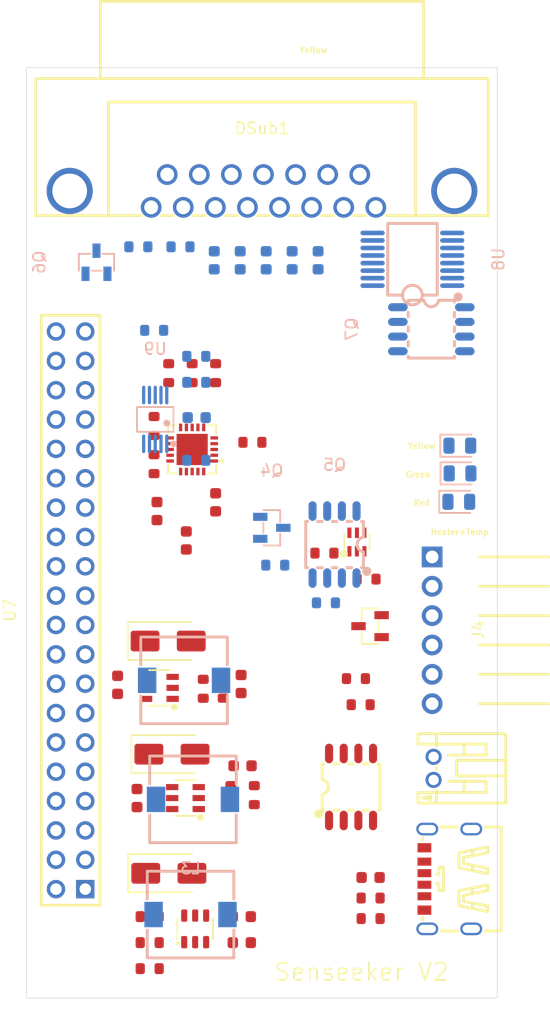
<source format=kicad_pcb>
(kicad_pcb (version 20241229) (generator "pcbnew") (generator_version "9.0")
  (layers (0 "F.Cu" signal) (2 "B.Cu" signal) (13 "F.Paste" user) (15 "B.Paste" user) (5 "F.SilkS" user "F.Silkscreen") (7 "B.SilkS" user "B.Silkscreen") (1 "F.Mask" user) (3 "B.Mask" user) (25 "Edge.Cuts" user))
  (net 0 "")
  (net 1 "/VSYS")
  (net 2 "Net-(U4-STAT1{slash}~{LBO})")
  (net 3 "VBUS")
  (net 4 "GND")
  (net 5 "Net-(U4-STAT2)")
  (net 6 "Net-(U4-THERM)")
  (net 7 "Net-(U4-~{PG})")
  (net 8 "Net-(U4-PROG1)")
  (net 9 "Net-(U4-PROG3)")
  (net 10 "Net-(U4-V_{BAT_SENSE})")
  (net 11 "Net-(U2-FB)")
  (net 13 "Net-(U3-FB)")
  (net 15 "Net-(U3-SW)")
  (net 16 "Net-(J1-CC1)")
  (net 17 "Net-(J1-CC2)")
  (net 18 "Net-(U2-SW)")
  (net 19 "Net-(D1-Pad1)")
  (net 20 "Net-(D2-Pad1)")
  (net 21 "Net-(D3-Pad1)")
  (net 22 "/GPIO3{slash}SCL1")
  (net 23 "Net-(Q1-D)")
  (net 24 "/3.3V")
  (net 25 "/Address")
  (net 26 "/12V")
  (net 27 "/5 Vout")
  (net 28 "/Temp3.3V")
  (net 29 "Net-(U8-V-)")
  (net 30 "Net-(U6-SW)")
  (net 31 "Net-(R18-Pad2)")
  (net 32 "Net-(U6-FB)")
  (net 34 "Net-(U8-V+)")
  (net 35 "Net-(U8-C2+)")
  (net 36 "Net-(U8-C2-)")
  (net 37 "Net-(U8-C1+)")
  (net 38 "Net-(U8-C1-)")
  (net 39 "Net-(R23-Pad1)")
  (net 40 "Net-(U9-ALERT{slash}RDY)")
  (net 41 "Net-(Q6-D)")
  (net 42 "/base")
  (net 43 "Net-(J4-Pad2)")
  (net 44 "Net-(DSub1-Pad3)")
  (net 45 "Net-(J4-Pad3)")
  (net 46 "/A0")
  (net 47 "/A1")
  (net 55 "/UART_RX_13V")
  (net 57 "/UART_TX_13V")
  (net 63 "/GPIO18{slash}PCM.CLK")
  (net 64 "/GPIO24")
  (net 65 "/GPIO23")
  (net 66 "/GPIO15{slash}RXD0")
  (net 67 "/GPIO13{slash}PWM1")
  (net 68 "/GPIO8{slash}SPI0.CE0")
  (net 69 "/GPIO12{slash}PWM0")
  (net 70 "/GPIO16")
  (net 71 "/GPIO5")
  (net 72 "/ID_SCL")
  (net 73 "/GPIO17")
  (net 74 "/GPIO14{slash}TXD0")
  (net 75 "/raspi3.3V")
  (net 76 "/GPIO21{slash}PCM.DOUT")
  (net 77 "/GPIO4{slash}GPCLK0")
  (net 78 "/GPIO10{slash}SPI0.MOSI")
  (net 79 "/GPIO2{slash}SDA1")
  (net 80 "/GPIO25")
  (net 81 "/GPIO22")
  (net 82 "/GPIO11{slash}SPI0.SCLK")
  (net 83 "/GPIO20{slash}PCM.DIN")
  (net 84 "/GPIO7{slash}SPI0.CE1")
  (net 85 "/GPIO19{slash}PCM.FS")
  (net 86 "/GPIO6")
  (net 87 "/GPIO26")
  (net 88 "/GPIO9{slash}SPI0.MISO")
  (net 89 "/GPIO27")
  (net 90 "/ID_SDA")
  (net 95 "/A2")
  (net 96 "/A3")
  (net 97 "Net-(Q4-D)")
  (footprint "PCM_JLCPCB:C_0603" (layer "F.Cu") (at 118.726 133.136 180)
    (property "Reference" "C3" (hide yes))
    (property "Value" "22uF")
    (pad "1" smd roundrect (at -0.78 0 180) (size 0.9 0.95) (layers "F.Cu" "F.Mask" "F.Paste") (net 4 "GND"))
    (pad "2" smd roundrect (at 0.78 0 180) (size 0.9 0.95) (layers "F.Cu" "F.Mask" "F.Paste") (net 26 "/12V"))
  )
  (footprint "PCM_JLCPCB:C_0603" (layer "F.Cu") (at 118.66 146.19)
    (property "Reference" "C10" (hide yes))
    (property "Value" "22uF")
    (pad "1" smd roundrect (at -0.78 0) (size 0.9 0.95) (layers "F.Cu" "F.Mask" "F.Paste") (net 1 "/VSYS"))
    (pad "2" smd roundrect (at 0.78 0) (size 0.9 0.95) (layers "F.Cu" "F.Mask" "F.Paste") (net 4 "GND"))
  )
  (footprint "PCM_JLCPCB:R_0603" (layer "F.Cu") (at 119.742 135.676 -90)
    (property "Reference" "R8" (hide yes))
    (property "Value" "91kΩ")
    (pad "1" smd roundrect (at -0.82 0 270) (size 0.8 0.95) (layers "F.Cu" "F.Mask" "F.Paste") (net 26 "/12V"))
    (pad "2" smd roundrect (at 0.82 0 270) (size 0.8 0.95) (layers "F.Cu" "F.Mask" "F.Paste") (net 13 "Net-(U3-FB)"))
  )
  (footprint "PCM_JLCPCB:R_0603" (layer "F.Cu") (at 111.058 103.728 90)
    (property "Reference" "RPROG3" (hide yes))
    (property "Value" "10kΩ")
    (pad "1" smd roundrect (at -0.82 0 90) (size 0.8 0.95) (layers "F.Cu" "F.Mask" "F.Paste") (net 9 "Net-(U4-PROG3)"))
    (pad "2" smd roundrect (at 0.82 0 90) (size 0.8 0.95) (layers "F.Cu" "F.Mask" "F.Paste") (net 4 "GND"))
  )
  (footprint "PCM_JLCPCB:R_0603" (layer "F.Cu") (at 110.68 146.19)
    (property "Reference" "R18" (hide yes))
    (property "Value" "6.8kΩ")
    (pad "1" smd roundrect (at -0.82 0) (size 0.8 0.95) (layers "F.Cu" "F.Mask" "F.Paste") (net 24 "/3.3V"))
    (pad "2" smd roundrect (at 0.82 0) (size 0.8 0.95) (layers "F.Cu" "F.Mask" "F.Paste") (net 31 "Net-(R18-Pad2)"))
  )
  (footprint "PCM_JLCPCB:R_0603" (layer "F.Cu") (at 114.36 99.156 -90)
    (property "Reference" "R6" (hide yes))
    (property "Value" "470Ω")
    (pad "1" smd roundrect (at -0.82 0 270) (size 0.8 0.95) (layers "F.Cu" "F.Mask" "F.Paste") (net 21 "Net-(D3-Pad1)"))
    (pad "2" smd roundrect (at 0.82 0 270) (size 0.8 0.95) (layers "F.Cu" "F.Mask" "F.Paste") (net 5 "Net-(U4-STAT2)"))
  )
  (footprint "PCM_JLCPCB:SOT-23-6_L2.9-W1.6-P0.95-LS2.8-BL" (layer "F.Cu") (at 114.62 147.25)
    (property "Reference" "U6" (hide yes))
    (property "Value" "MT3608")
    (pad "1" smd roundrect (at -0.95 1.15) (size 0.53 1.07) (layers "F.Cu" "F.Mask" "F.Paste") (net 30 "Net-(U6-SW)"))
    (pad "2" smd roundrect (at 0 1.15) (size 0.53 1.07) (layers "F.Cu" "F.Mask" "F.Paste") (net 4 "GND"))
    (pad "3" smd roundrect (at 0.95 1.15) (size 0.53 1.07) (layers "F.Cu" "F.Mask" "F.Paste") (net 32 "Net-(U6-FB)"))
    (pad "4" smd roundrect (at 0.95 -1.15) (size 0.53 1.07) (layers "F.Cu" "F.Mask" "F.Paste") (net 1 "/VSYS"))
    (pad "5" smd roundrect (at 0 -1.15) (size 0.53 1.07) (layers "F.Cu" "F.Mask" "F.Paste") (net 1 "/VSYS"))
    (pad "6" smd roundrect (at -0.95 -1.15) (size 0.53 1.07) (layers "F.Cu" "F.Mask" "F.Paste"))
  )
  (footprint "PCM_JLCPCB:R_0603" (layer "F.Cu") (at 112.328 99.156 -90)
    (property "Reference" "R7" (hide yes))
    (property "Value" "470Ω")
    (pad "1" smd roundrect (at -0.82 0 270) (size 0.8 0.95) (layers "F.Cu" "F.Mask" "F.Paste") (net 19 "Net-(D1-Pad1)"))
    (pad "2" smd roundrect (at 0.82 0 270) (size 0.8 0.95) (layers "F.Cu" "F.Mask" "F.Paste") (net 2 "Net-(U4-STAT1{slash}~{LBO})"))
  )
  (footprint "easyeda2kicad:SOT-23-3_L2.9-W1.3-P1.90-LS2.4-BR" (layer "F.Cu") (at 129.772501 121.05)
    (property "Reference" "Q1" (hide yes))
    (property "Value" "2N7002")
    (pad "1" smd rect (at 1 0.95) (size 1.25 0.7) (layers "F.Cu" "F.Mask" "F.Paste") (net 63 "/GPIO18{slash}PCM.CLK"))
    (pad "2" smd rect (at 1 -0.95) (size 1.25 0.7) (layers "F.Cu" "F.Mask" "F.Paste") (net 4 "GND"))
    (pad "3" smd rect (at -1 0) (size 1.25 0.7) (layers "F.Cu" "F.Mask" "F.Paste") (net 23 "Net-(Q1-D)"))
  )
  (footprint "PCM_JLCPCB:R_0603" (layer "F.Cu") (at 129.82 144.58 180)
    (property "Reference" "R2" (hide yes))
    (property "Value" "5.1kΩ")
    (pad "1" smd roundrect (at -0.82 0 180) (size 0.8 0.95) (layers "F.Cu" "F.Mask" "F.Paste") (net 17 "Net-(J1-CC2)"))
    (pad "2" smd roundrect (at 0.82 0 180) (size 0.8 0.95) (layers "F.Cu" "F.Mask" "F.Paste") (net 4 "GND"))
  )
  (footprint "PCM_JLCPCB:C_0603" (layer "F.Cu") (at 107.9 126.13 -90)
    (property "Reference" "C7" (hide yes))
    (property "Value" "22uF")
    (pad "1" smd roundrect (at -0.78 0 270) (size 0.9 0.95) (layers "F.Cu" "F.Mask" "F.Paste") (net 1 "/VSYS"))
    (pad "2" smd roundrect (at 0.78 0 270) (size 0.9 0.95) (layers "F.Cu" "F.Mask" "F.Paste") (net 4 "GND"))
  )
  (footprint "PCM_JLCPCB:R_0603" (layer "F.Cu") (at 129.47 116.98)
    (property "Reference" "R23" (hide yes))
    (property "Value" "240kΩ")
    (pad "1" smd roundrect (at -0.82 0) (size 0.8 0.95) (layers "F.Cu" "F.Mask" "F.Paste") (net 39 "Net-(R23-Pad1)"))
    (pad "2" smd roundrect (at 0.82 0) (size 0.8 0.95) (layers "F.Cu" "F.Mask" "F.Paste") (net 42 "/base"))
  )
  (footprint "PCM_JLCPCB:R_0603" (layer "F.Cu") (at 129.82 146.358 180)
    (property "Reference" "R1" (hide yes))
    (property "Value" "5.1kΩ")
    (pad "1" smd roundrect (at -0.82 0 180) (size 0.8 0.95) (layers "F.Cu" "F.Mask" "F.Paste") (net 16 "Net-(J1-CC1)"))
    (pad "2" smd roundrect (at 0.82 0 180) (size 0.8 0.95) (layers "F.Cu" "F.Mask" "F.Paste") (net 4 "GND"))
  )
  (footprint "PCM_JLCPCB:R_0603" (layer "F.Cu") (at 110.68 148.44)
    (property "Reference" "R19" (hide yes))
    (property "Value" "2kΩ")
    (pad "1" smd roundrect (at -0.82 0) (size 0.8 0.95) (layers "F.Cu" "F.Mask" "F.Paste") (net 32 "Net-(U6-FB)"))
    (pad "2" smd roundrect (at 0.82 0) (size 0.8 0.95) (layers "F.Cu" "F.Mask" "F.Paste") (net 4 "GND"))
  )
  (footprint "easyeda2kicad:TYPE-C-SMD_TYPE-C-6P" (layer "F.Cu") (at 136.51 142.93 90)
    (property "Reference" "J1" (hide yes))
    (property "Value" "USB_C_Receptacle_PowerOnly_6P")
    (pad "A5" smd rect (at -0.5 -2.03 90) (size 0.7 1.2) (layers "F.Cu" "F.Mask" "F.Paste") (net 16 "Net-(J1-CC1)"))
    (pad "A9" smd rect (at 1.5 -2.03 90) (size 0.7 1.2) (layers "F.Cu" "F.Mask" "F.Paste") (net 3 "VBUS"))
    (pad "A12" smd rect (at 2.7 -2.03 90) (size 0.8 1.2) (layers "F.Cu" "F.Mask" "F.Paste") (net 4 "GND"))
    (pad "B5" smd rect (at 0.5 -2.03 90) (size 0.7 1.2) (layers "F.Cu" "F.Mask" "F.Paste") (net 17 "Net-(J1-CC2)"))
    (pad "B9" smd rect (at -1.5 -2.03 90) (size 0.7 1.2) (layers "F.Cu" "F.Mask" "F.Paste") (net 3 "VBUS"))
    (pad "B12" smd rect (at -2.7 -2.03 90) (size 0.8 1.2) (layers "F.Cu" "F.Mask" "F.Paste") (net 4 "GND"))
    (pad "S1" thru_hole oval (at -4.32 -1.78 90) (size 1.1 1.9) (drill oval 0.700024 1.500022) (layers "*.Cu" "*.Mask") (net 4 "GND"))
    (pad "S1" thru_hole oval (at -4.32 2.03 90) (size 1.1 1.9) (drill oval 0.700024 1.500022) (layers "*.Cu" "*.Mask") (net 4 "GND"))
    (pad "S1" thru_hole oval (at 4.32 -1.78 90) (size 1.1 1.9) (drill oval 0.700024 1.500022) (layers "*.Cu" "*.Mask") (net 4 "GND"))
    (pad "S1" thru_hole oval (at 4.32 2.03 90) (size 1.1 1.9) (drill oval 0.700024 1.500022) (layers "*.Cu" "*.Mask") (net 4 "GND"))
  )
  (footprint "PCM_JLCPCB:D_SMA" (layer "F.Cu") (at 112.34 142.44)
    (property "Reference" "D6" (hide yes))
    (property "Value" "SS34")
    (pad "1" smd roundrect (at -2 0) (size 2.5 1.8) (layers "F.Cu" "F.Mask" "F.Paste") (roundrect_rratio 0.1388888889) (net 24 "/3.3V"))
    (pad "2" smd roundrect (at 2 0) (size 2.5 1.8) (layers "F.Cu" "F.Mask" "F.Paste") (roundrect_rratio 0.1388888889) (net 30 "Net-(U6-SW)"))
  )
  (footprint "PCM_JLCPCB:R_0603" (layer "F.Cu") (at 119.58 105.14)
    (property "Reference" "R5" (hide yes))
    (property "Value" "10kΩ")
    (pad "1" smd roundrect (at -0.82 0) (size 0.8 0.95) (layers "F.Cu" "F.Mask" "F.Paste") (net 6 "Net-(U4-THERM)"))
    (pad "2" smd roundrect (at 0.82 0) (size 0.8 0.95) (layers "F.Cu" "F.Mask" "F.Paste") (net 4 "GND"))
  )
  (footprint "easyeda2kicad:HDR-TH_6P-P2.54-H-M-W10.0" (layer "F.Cu") (at 135.15 121.41 -90)
    (property "Reference" "J4" (at 0 -4 90) (layer "F.SilkS"))
    (property "Value" "Heater+TempPins")
    (pad "1" thru_hole rect (at -6.35 0 270) (size 1.8 1.8) (drill 1.100023) (layers "*.Cu" "*.Mask") (net 4 "GND"))
    (pad "2" thru_hole circle (at -3.81 0 270) (size 1.8 1.8) (drill 1.100023) (layers "*.Cu" "*.Mask") (net 43 "Net-(J4-Pad2)"))
    (pad "3" thru_hole circle (at -1.27 0 270) (size 1.8 1.8) (drill 1.100023) (layers "*.Cu" "*.Mask") (net 45 "Net-(J4-Pad3)"))
    (pad "4" thru_hole circle (at 1.27 0 270) (size 1.8 1.8) (drill 1.100023) (layers "*.Cu" "*.Mask") (net 28 "/Temp3.3V"))
    (pad "5" thru_hole circle (at 3.81 0 270) (size 1.8 1.8) (drill 1.100023) (layers "*.Cu" "*.Mask") (net 46 "/A0"))
    (pad "6" thru_hole circle (at 6.35 0 270) (size 1.8 1.8) (drill 1.100023) (layers "*.Cu" "*.Mask") (net 47 "/A1"))
  )
  (footprint "easyeda2kicad:SOT-23-6_L2.9-W1.6-P0.95-LS2.8-BL" (layer "F.Cu") (at 111.518 126.394 90)
    (property "Reference" "U2" (hide yes))
    (property "Value" "MT3608")
    (pad "1" smd rect (at -0.95 1.15 90) (size 0.53 1.07) (layers "F.Cu" "F.Mask" "F.Paste") (net 18 "Net-(U2-SW)"))
    (pad "2" smd rect (at 0 1.15 90) (size 0.53 1.07) (layers "F.Cu" "F.Mask" "F.Paste") (net 4 "GND"))
    (pad "3" smd rect (at 0.95 1.15 90) (size 0.53 1.07) (layers "F.Cu" "F.Mask" "F.Paste") (net 11 "Net-(U2-FB)"))
    (pad "4" smd rect (at 0.95 -1.15 90) (size 0.53 1.07) (layers "F.Cu" "F.Mask" "F.Paste") (net 1 "/VSYS"))
    (pad "5" smd rect (at 0 -1.15 90) (size 0.53 1.07) (layers "F.Cu" "F.Mask" "F.Paste") (net 1 "/VSYS"))
    (pad "6" smd rect (at -0.95 -1.15 90) (size 0.53 1.07) (layers "F.Cu" "F.Mask" "F.Paste"))
  )
  (footprint "PCM_JLCPCB:C_0603" (layer "F.Cu") (at 113.852 113.634 -90)
    (property "Reference" "C2" (hide yes))
    (property "Value" "100nF")
    (pad "1" smd roundrect (at -0.78 0 270) (size 0.9 0.95) (layers "F.Cu" "F.Mask" "F.Paste") (net 3 "VBUS"))
    (pad "2" smd roundrect (at 0.78 0 270) (size 0.9 0.95) (layers "F.Cu" "F.Mask" "F.Paste") (net 4 "GND"))
  )
  (footprint "PCM_JLCPCB:C_0603" (layer "F.Cu") (at 118.6 126.06 90)
    (property "Reference" "C4" (hide yes))
    (property "Value" "22uF")
    (pad "1" smd roundrect (at -0.78 0 90) (size 0.9 0.95) (layers "F.Cu" "F.Mask" "F.Paste") (net 4 "GND"))
    (pad "2" smd roundrect (at 0.78 0 90) (size 0.9 0.95) (layers "F.Cu" "F.Mask" "F.Paste") (net 27 "/5 Vout"))
  )
  (footprint "PCM_JLCPCB:R_0603" (layer "F.Cu") (at 128.96 127.85)
    (property "Reference" "R14" (hide yes))
    (property "Value" "10kΩ")
    (pad "1" smd roundrect (at -0.82 0) (size 0.8 0.95) (layers "F.Cu" "F.Mask" "F.Paste") (net 23 "Net-(Q1-D)"))
    (pad "2" smd roundrect (at 0.82 0) (size 0.8 0.95) (layers "F.Cu" "F.Mask" "F.Paste") (net 26 "/12V"))
  )
  (footprint "easyeda2kicad:CONN-TH_S2B-PH-K-S-GW" (layer "F.Cu") (at 135.2775 133.36 -90)
    (property "Reference" "U5" (hide yes))
    (property "Value" "Battery Input")
    (pad "1" thru_hole circle (at 1 0 270) (size 1.4 1.4) (drill 0.900024) (layers "*.Cu" "*.Mask") (net 10 "Net-(U4-V_{BAT_SENSE})"))
    (pad "2" thru_hole circle (at -1 0 270) (size 1.4 1.4) (drill 0.900024) (layers "*.Cu" "*.Mask") (net 4 "GND"))
  )
  (footprint "PCM_JLCPCB:C_0603" (layer "F.Cu") (at 118.66 148.44)
    (property "Reference" "C11" (hide yes))
    (property "Value" "22uF")
    (pad "1" smd roundrect (at -0.78 0) (size 0.9 0.95) (layers "F.Cu" "F.Mask" "F.Paste") (net 4 "GND"))
    (pad "2" smd roundrect (at 0.78 0) (size 0.9 0.95) (layers "F.Cu" "F.Mask" "F.Paste") (net 24 "/3.3V"))
  )
  (footprint "PCM_JLCPCB:R_0603" (layer "F.Cu") (at 110.68 150.69)
    (property "Reference" "R20" (hide yes))
    (property "Value" "2.2kΩ")
    (pad "1" smd roundrect (at -0.82 0) (size 0.8 0.95) (layers "F.Cu" "F.Mask" "F.Paste") (net 31 "Net-(R18-Pad2)"))
    (pad "2" smd roundrect (at 0.82 0) (size 0.8 0.95) (layers "F.Cu" "F.Mask" "F.Paste") (net 32 "Net-(U6-FB)"))
  )
  (footprint "PCM_JLCPCB:D_SMA" (layer "F.Cu") (at 112.28 122.34)
    (property "Reference" "D5" (hide yes))
    (property "Value" "SS34")
    (pad "1" smd roundrect (at -2 0) (size 2.5 1.8) (layers "F.Cu" "F.Mask" "F.Paste") (roundrect_rratio 0.1388888889) (net 27 "/5 Vout"))
    (pad "2" smd roundrect (at 2 0) (size 2.5 1.8) (layers "F.Cu" "F.Mask" "F.Paste") (roundrect_rratio 0.1388888889) (net 18 "Net-(U2-SW)"))
  )
  (footprint "easyeda2kicad:SOT-23-6_L2.9-W1.6-P0.95-LS2.8-BL" (layer "F.Cu") (at 113.78 135.93 90)
    (property "Reference" "U3" (hide yes))
    (property "Value" "MT3608")
    (pad "1" smd rect (at -0.95 1.15 90) (size 0.53 1.07) (layers "F.Cu" "F.Mask" "F.Paste") (net 15 "Net-(U3-SW)"))
    (pad "2" smd rect (at 0 1.15 90) (size 0.53 1.07) (layers "F.Cu" "F.Mask" "F.Paste") (net 4 "GND"))
    (pad "3" smd rect (at 0.95 1.15 90) (size 0.53 1.07) (layers "F.Cu" "F.Mask" "F.Paste") (net 13 "Net-(U3-FB)"))
    (pad "4" smd rect (at 0.95 -1.15 90) (size 0.53 1.07) (layers "F.Cu" "F.Mask" "F.Paste") (net 1 "/VSYS"))
    (pad "5" smd rect (at 0 -1.15 90) (size 0.53 1.07) (layers "F.Cu" "F.Mask" "F.Paste") (net 1 "/VSYS"))
    (pad "6" smd rect (at -0.95 -1.15 90) (size 0.53 1.07) (layers "F.Cu" "F.Mask" "F.Paste"))
  )
  (footprint "easyeda2kicad:SOP-8_L5.0-W4.0-P1.27-LS6.2-BL" (layer "F.Cu") (at 128.12 134.97)
    (property "Reference" "Q2" (hide yes))
    (property "Value" "CJQ4435")
    (pad "1" smd oval (at -1.9 2.9 180) (size 0.7 1.7) (layers "F.Cu" "F.Mask" "F.Paste") (net 26 "/12V"))
    (pad "2" smd oval (at -0.63 2.9 180) (size 0.7 1.7) (layers "F.Cu" "F.Mask" "F.Paste") (net 26 "/12V"))
    (pad "3" smd oval (at 0.64 2.9 180) (size 0.7 1.7) (layers "F.Cu" "F.Mask" "F.Paste") (net 26 "/12V"))
    (pad "4" smd oval (at 1.91 2.9 180) (size 0.7 1.7) (layers "F.Cu" "F.Mask" "F.Paste") (net 23 "Net-(Q1-D)"))
    (pad "5" smd oval (at 1.91 -2.9 180) (size 0.7 1.7) (layers "F.Cu" "F.Mask" "F.Paste") (net 43 "Net-(J4-Pad2)"))
    (pad "6" smd oval (at 0.64 -2.9 180) (size 0.7 1.7) (layers "F.Cu" "F.Mask" "F.Paste") (net 43 "Net-(J4-Pad2)"))
    (pad "7" smd oval (at -0.63 -2.9 180) (size 0.7 1.7) (layers "F.Cu" "F.Mask" "F.Paste") (net 43 "Net-(J4-Pad2)"))
    (pad "8" smd oval (at -1.9 -2.9 180) (size 0.7 1.7) (layers "F.Cu" "F.Mask" "F.Paste") (net 43 "Net-(J4-Pad2)"))
  )
  (footprint "PCM_JLCPCB:R_0603" (layer "F.Cu") (at 115.32 126.47 -90)
    (property "Reference" "R3" (hide yes))
    (property "Value" "3kΩ")
    (pad "1" smd roundrect (at -0.82 0 270) (size 0.8 0.95) (layers "F.Cu" "F.Mask" "F.Paste") (net 11 "Net-(U2-FB)"))
    (pad "2" smd roundrect (at 0.82 0 270) (size 0.8 0.95) (layers "F.Cu" "F.Mask" "F.Paste") (net 4 "GND"))
  )
  (footprint "PCM_JLCPCB:R_0603" (layer "F.Cu") (at 111.058 107.03 90)
    (property "Reference" "RPROG1" (hide yes))
    (property "Value" "1kΩ")
    (pad "1" smd roundrect (at -0.82 0 90) (size 0.8 0.95) (layers "F.Cu" "F.Mask" "F.Paste") (net 4 "GND"))
    (pad "2" smd roundrect (at 0.82 0 90) (size 0.8 0.95) (layers "F.Cu" "F.Mask" "F.Paste") (net 8 "Net-(U4-PROG1)"))
  )
  (footprint "PCM_JLCPCB:R_0603" (layer "F.Cu") (at 125.82 114.73)
    (property "Reference" "R4" (hide yes))
    (property "Value" "20kΩ")
    (pad "1" smd roundrect (at -0.82 0) (size 0.8 0.95) (layers "F.Cu" "F.Mask" "F.Paste") (net 28 "/Temp3.3V"))
    (pad "2" smd roundrect (at 0.82 0) (size 0.8 0.95) (layers "F.Cu" "F.Mask" "F.Paste") (net 39 "Net-(R23-Pad1)"))
  )
  (footprint "PCM_JLCPCB:R_0603" (layer "F.Cu") (at 116.392 99.156 -90)
    (property "Reference" "R11" (hide yes))
    (property "Value" "470Ω")
    (pad "1" smd roundrect (at -0.82 0 270) (size 0.8 0.95) (layers "F.Cu" "F.Mask" "F.Paste") (net 20 "Net-(D2-Pad1)"))
    (pad "2" smd roundrect (at 0.82 0 270) (size 0.8 0.95) (layers "F.Cu" "F.Mask" "F.Paste") (net 7 "Net-(U4-~{PG})"))
  )
  (footprint "PCM_JLCPCB:C_0603" (layer "F.Cu") (at 111.312 111.094 90)
    (property "Reference" "C1" (hide yes))
    (property "Value" "4.7uF")
    (pad "1" smd roundrect (at -0.78 0 90) (size 0.9 0.95) (layers "F.Cu" "F.Mask" "F.Paste") (net 4 "GND"))
    (pad "2" smd roundrect (at 0.78 0 90) (size 0.9 0.95) (layers "F.Cu" "F.Mask" "F.Paste") (net 10 "Net-(U4-V_{BAT_SENSE})"))
  )
  (footprint "PCM_JLCPCB:C_0603" (layer "F.Cu") (at 116.392 110.332 90)
    (property "Reference" "C6" (hide yes))
    (property "Value" "4.7uF")
    (pad "1" smd roundrect (at -0.78 0 90) (size 0.9 0.95) (layers "F.Cu" "F.Mask" "F.Paste") (net 4 "GND"))
    (pad "2" smd roundrect (at 0.78 0 90) (size 0.9 0.95) (layers "F.Cu" "F.Mask" "F.Paste") (net 1 "/VSYS"))
  )
  (footprint "easyeda2kicad:SOT-363-6_L2.2-W1.3-P0.65-LS2.1-BL" (layer "F.Cu") (at 128.635 113.77)
    (property "Reference" "Q3" (hide yes))
    (property "Value" "currentmirror")
    (pad "1" smd rect (at -0.65 0.8) (size 0.35 0.9) (layers "F.Cu" "F.Mask" "F.Paste") (net 4 "GND"))
    (pad "2" smd rect (at 0 0.8) (size 0.35 0.9) (layers "F.Cu" "F.Mask" "F.Paste") (net 42 "/base"))
    (pad "3" smd rect (at 0.65 0.8) (size 0.35 0.9) (layers "F.Cu" "F.Mask" "F.Paste") (net 45 "Net-(J4-Pad3)"))
    (pad "4" smd rect (at 0.65 -0.8) (size 0.35 0.9) (layers "F.Cu" "F.Mask" "F.Paste") (net 4 "GND"))
    (pad "5" smd rect (at 0 -0.8) (size 0.35 0.9) (layers "F.Cu" "F.Mask" "F.Paste") (net 42 "/base"))
    (pad "6" smd rect (at -0.65 -0.8) (size 0.35 0.9) (layers "F.Cu" "F.Mask" "F.Paste") (net 42 "/base"))
  )
  (footprint "PCM_JLCPCB:R_0603" (layer "F.Cu") (at 128.55 125.59)
    (property "Reference" "RPROG5" (hide yes))
    (property "Value" "1kΩ")
    (pad "1" smd roundrect (at -0.82 0) (size 0.8 0.95) (layers "F.Cu" "F.Mask" "F.Paste") (net 43 "Net-(J4-Pad2)"))
    (pad "2" smd roundrect (at 0.82 0) (size 0.8 0.95) (layers "F.Cu" "F.Mask" "F.Paste") (net 4 "GND"))
  )
  (footprint "PCM_JLCPCB:C_0603" (layer "F.Cu") (at 129.82 142.802)
    (property "Reference" "C8" (hide yes))
    (property "Value" "10uF")
    (pad "1" smd roundrect (at -0.78 0) (size 0.9 0.95) (layers "F.Cu" "F.Mask" "F.Paste") (net 4 "GND"))
    (pad "2" smd roundrect (at 0.78 0) (size 0.9 0.95) (layers "F.Cu" "F.Mask" "F.Paste") (net 3 "VBUS"))
  )
  (footprint "easyeda2kicad:QFN-20_L4.0-W4.0-P0.5-BL-EP" (layer "F.Cu") (at 114.36 105.76 90)
    (property "Reference" "U4" (hide yes))
    (property "Value" "MCP73871")
    (pad "1" smd rect (at -1 1.91 90) (size 0.28 0.66) (layers "F.Cu" "F.Mask" "F.Paste") (net 1 "/VSYS"))
    (pad "2" smd rect (at -0.5 1.91 90) (size 0.28 0.66) (layers "F.Cu" "F.Mask" "F.Paste") (net 3 "VBUS"))
    (pad "3" smd rect (at 0 1.91 90) (size 0.28 0.66) (layers "F.Cu" "F.Mask" "F.Paste") (net 3 "VBUS"))
    (pad "4" smd rect (at 0.5 1.91 90) (size 0.28 0.66) (layers "F.Cu" "F.Mask" "F.Paste") (net 3 "VBUS"))
    (pad "5" smd rect (at 1 1.91 90) (size 0.28 0.66) (layers "F.Cu" "F.Mask" "F.Paste") (net 6 "Net-(U4-THERM)"))
    (pad "6" smd rect (at 1.91 1 90) (size 0.66 0.28) (layers "F.Cu" "F.Mask" "F.Paste") (net 7 "Net-(U4-~{PG})"))
    (pad "7" smd rect (at 1.91 0.5 90) (size 0.66 0.28) (layers "F.Cu" "F.Mask" "F.Paste") (net 5 "Net-(U4-STAT2)"))
    (pad "8" smd rect (at 1.91 0 90) (size 0.66 0.28) (layers "F.Cu" "F.Mask" "F.Paste") (net 2 "Net-(U4-STAT1{slash}~{LBO})"))
    (pad "9" smd rect (at 1.91 -0.5 90) (size 0.66 0.28) (layers "F.Cu" "F.Mask" "F.Paste") (net 3 "VBUS"))
    (pad "10" smd rect (at 1.91 -1 90) (size 0.66 0.28) (layers "F.Cu" "F.Mask" "F.Paste") (net 4 "GND"))
    (pad "11" smd rect (at 1 -1.91 90) (size 0.28 0.66) (layers "F.Cu" "F.Mask" "F.Paste") (net 4 "GND"))
    (pad "12" smd rect (at 0.5 -1.91 90) (size 0.28 0.66) (layers "F.Cu" "F.Mask" "F.Paste") (net 9 "Net-(U4-PROG3)"))
    (pad "13" smd rect (at 0 -1.91 90) (size 0.28 0.66) (layers "F.Cu" "F.Mask" "F.Paste") (net 8 "Net-(U4-PROG1)"))
    (pad "14" smd rect (at -0.5 -1.91 90) (size 0.28 0.66) (layers "F.Cu" "F.Mask" "F.Paste") (net 10 "Net-(U4-V_{BAT_SENSE})"))
    (pad "15" smd rect (at -1 -1.91 90) (size 0.28 0.66) (layers "F.Cu" "F.Mask" "F.Paste") (net 10 "Net-(U4-V_{BAT_SENSE})"))
    (pad "16" smd rect (at -1.91 -1 90) (size 0.66 0.28) (layers "F.Cu" "F.Mask" "F.Paste") (net 10 "Net-(U4-V_{BAT_SENSE})"))
    (pad "17" smd rect (at -1.91 -0.5 90) (size 0.66 0.28) (layers "F.Cu" "F.Mask" "F.Paste") (net 3 "VBUS"))
    (pad "18" smd rect (at -1.91 0 90) (size 0.66 0.28) (layers "F.Cu" "F.Mask" "F.Paste") (net 3 "VBUS"))
    (pad "19" smd rect (at -1.91 0.5 90) (size 0.66 0.28) (layers "F.Cu" "F.Mask" "F.Paste") (net 3 "VBUS"))
    (pad "20" smd rect (at -1.91 1 90) (size 0.66 0.28) (layers "F.Cu" "F.Mask" "F.Paste") (net 1 "/VSYS"))
    (pad "21" smd rect (at 0 0 90) (size 2.7 2.7) (layers "F.Cu" "F.Mask" "F.Paste") (net 4 "GND"))
  )
  (footprint "easyeda2kicad:DSUB-TH_DS1037-15FNAKT74-0CC" (layer "F.Cu") (at 120.41 83.385)
    (property "Reference" "DSub1" (at 0 -5.42 0) (layer "F.SilkS"))
    (property "Value" "DS1037-15FNAKT74-0CC")
    (pad "1" thru_hole circle (at -9.6 1.42) (size 1.8 1.8) (drill 1.199896) (layers "*.Cu" "*.Mask") (net 55 "/UART_RX_13V"))
    (pad "2" thru_hole circle (at -6.82 1.42) (size 1.8 1.8) (drill 1.199896) (layers "*.Cu" "*.Mask") (net 57 "/UART_TX_13V"))
    (pad "3" thru_hole circle (at -4.04 1.42) (size 1.8 1.8) (drill 1.199896) (layers "*.Cu" "*.Mask") (net 44 "Net-(DSub1-Pad3)"))
    (pad "4" thru_hole circle (at -1.26 1.42) (size 1.8 1.8) (drill 1.199896) (layers "*.Cu" "*.Mask") (net 4 "GND"))
    (pad "5" thru_hole circle (at 1.52 1.42) (size 1.8 1.8) (drill 1.199896) (layers "*.Cu" "*.Mask"))
    (pad "6" thru_hole circle (at 4.3 1.42) (size 1.8 1.8) (drill 1.199896) (layers "*.Cu" "*.Mask"))
    (pad "7" thru_hole circle (at 7.08 1.42) (size 1.8 1.8) (drill 1.199896) (layers "*.Cu" "*.Mask"))
    (pad "8" thru_hole circle (at 9.86 1.42) (size 1.8 1.8) (drill 1.199896) (layers "*.Cu" "*.Mask"))
    (pad "9" thru_hole circle (at -8.21 -1.42) (size 1.8 1.8) (drill 1.199896) (layers "*.Cu" "*.Mask"))
    (pad "10" thru_hole circle (at -5.43 -1.42) (size 1.8 1.8) (drill 1.199896) (layers "*.Cu" "*.Mask"))
    (pad "11" thru_hole circle (at -2.65 -1.42) (size 1.8 1.8) (drill 1.199896) (layers "*.Cu" "*.Mask"))
    (pad "12" thru_hole circle (at 0.13 -1.42) (size 1.8 1.8) (drill 1.199896) (layers "*.Cu" "*.Mask"))
    (pad "13" thru_hole circle (at 2.91 -1.42) (size 1.8 1.8) (drill 1.199896) (layers "*.Cu" "*.Mask"))
    (pad "14" thru_hole circle (at 5.69 -1.42) (size 1.8 1.8) (drill 1.199896) (layers "*.Cu" "*.Mask"))
    (pad "15" thru_hole circle (at 8.47 -1.42) (size 1.8 1.8) (drill 1.199896) (layers "*.Cu" "*.Mask"))
    (pad "16" thru_hole circle (at 16.66 0) (size 4 4) (drill 2.999994) (layers "*.Cu" "*.Mask"))
    (pad "17" thru_hole circle (at -16.66 0) (size 4 4) (drill 2.999994) (layers "*.Cu" "*.Mask"))
  )
  (footprint "PCM_JLCPCB:D_SMA" (layer "F.Cu") (at 112.61 132.13)
    (property "Reference" "D4" (hide yes))
    (property "Value" "SS34")
    (pad "1" smd roundrect (at -2 0) (size 2.5 1.8) (layers "F.Cu" "F.Mask" "F.Paste") (roundrect_rratio 0.1388888889) (net 26 "/12V"))
    (pad "2" smd roundrect (at 2 0) (size 2.5 1.8) (layers "F.Cu" "F.Mask" "F.Paste") (roundrect_rratio 0.1388888889) (net 15 "Net-(U3-SW)"))
  )
  (footprint "PCM_JLCPCB:C_0603" (layer "F.Cu") (at 109.582 135.93 -90)
    (property "Reference" "C5" (hide yes))
    (property "Value" "22uF")
    (pad "1" smd roundrect (at -0.78 0 270) (size 0.9 0.95) (layers "F.Cu" "F.Mask" "F.Paste") (net 1 "/VSYS"))
    (pad "2" smd roundrect (at 0.78 0 270) (size 0.9 0.95) (layers "F.Cu" "F.Mask" "F.Paste") (net 4 "GND"))
  )
  (footprint "PCM_JLCPCB:R_0603" (layer "F.Cu") (at 117.05 126.46 90)
    (property "Reference" "R10" (hide yes))
    (property "Value" "22kΩ")
    (pad "1" smd roundrect (at -0.82 0 90) (size 0.8 0.95) (layers "F.Cu" "F.Mask" "F.Paste") (net 27 "/5 Vout"))
    (pad "2" smd roundrect (at 0.82 0 90) (size 0.8 0.95) (layers "F.Cu" "F.Mask" "F.Paste") (net 11 "Net-(U2-FB)"))
  )
  (footprint "PCM_JLCPCB:R_0603" (layer "F.Cu") (at 117.71 135.676 90)
    (property "Reference" "R9" (hide yes))
    (property "Value" "4.7kΩ")
    (pad "1" smd roundrect (at -0.82 0 90) (size 0.8 0.95) (layers "F.Cu" "F.Mask" "F.Paste") (net 13 "Net-(U3-FB)"))
    (pad "2" smd roundrect (at 0.82 0 90) (size 0.8 0.95) (layers "F.Cu" "F.Mask" "F.Paste") (net 4 "GND"))
  )
  (footprint "easyeda2kicad:HDR-TH_40P-P2.54-V-F-R2-C20-S2.54" (layer "F.Cu") (at 103.83 119.68 90)
    (property "Reference" "U7" (at 0 -5.27 90) (layer "F.SilkS"))
    (property "Value" "2.54-2*20")
    (pad "1" thru_hole rect (at -24.13 1.27 90) (size 1.6 1.6) (drill 0.999998) (layers "*.Cu" "*.Mask") (net 75 "/raspi3.3V"))
    (pad "2" thru_hole circle (at -24.13 -1.27 90) (size 1.6 1.6) (drill 0.999998) (layers "*.Cu" "*.Mask") (net 27 "/5 Vout"))
    (pad "3" thru_hole circle (at -21.59 1.27 90) (size 1.6 1.6) (drill 0.999998) (layers "*.Cu" "*.Mask") (net 79 "/GPIO2{slash}SDA1"))
    (pad "4" thru_hole circle (at -21.59 -1.27 90) (size 1.6 1.6) (drill 0.999998) (layers "*.Cu" "*.Mask") (net 27 "/5 Vout"))
    (pad "5" thru_hole circle (at -19.05 1.27 90) (size 1.6 1.6) (drill 0.999998) (layers "*.Cu" "*.Mask") (net 22 "/GPIO3{slash}SCL1"))
    (pad "6" thru_hole circle (at -19.05 -1.27 90) (size 1.6 1.6) (drill 0.999998) (layers "*.Cu" "*.Mask") (net 4 "GND"))
    (pad "7" thru_hole circle (at -16.51 1.27 90) (size 1.6 1.6) (drill 0.999998) (layers "*.Cu" "*.Mask") (net 77 "/GPIO4{slash}GPCLK0"))
    (pad "8" thru_hole circle (at -16.51 -1.27 90) (size 1.6 1.6) (drill 0.999998) (layers "*.Cu" "*.Mask") (net 74 "/GPIO14{slash}TXD0"))
    (pad "9" thru_hole circle (at -13.97 1.27 90) (size 1.6 1.6) (drill 0.999998) (layers "*.Cu" "*.Mask") (net 4 "GND"))
    (pad "10" thru_hole circle (at -13.97 -1.27 90) (size 1.6 1.6) (drill 0.999998) (layers "*.Cu" "*.Mask") (net 66 "/GPIO15{slash}RXD0"))
    (pad "11" thru_hole circle (at -11.43 1.27 90) (size 1.6 1.6) (drill 0.999998) (layers "*.Cu" "*.Mask") (net 73 "/GPIO17"))
    (pad "12" thru_hole circle (at -11.43 -1.27 90) (size 1.6 1.6) (drill 0.999998) (layers "*.Cu" "*.Mask") (net 63 "/GPIO18{slash}PCM.CLK"))
    (pad "13" thru_hole circle (at -8.89 1.27 90) (size 1.6 1.6) (drill 0.999998) (layers "*.Cu" "*.Mask") (net 89 "/GPIO27"))
    (pad "14" thru_hole circle (at -8.89 -1.27 90) (size 1.6 1.6) (drill 0.999998) (layers "*.Cu" "*.Mask") (net 4 "GND"))
    (pad "15" thru_hole circle (at -6.35 1.27 90) (size 1.6 1.6) (drill 0.999998) (layers "*.Cu" "*.Mask") (net 81 "/GPIO22"))
    (pad "16" thru_hole circle (at -6.35 -1.27 90) (size 1.6 1.6) (drill 0.999998) (layers "*.Cu" "*.Mask") (net 65 "/GPIO23"))
    (pad "17" thru_hole circle (at -3.81 1.27 90) (size 1.6 1.6) (drill 0.999998) (layers "*.Cu" "*.Mask") (net 75 "/raspi3.3V"))
    (pad "18" thru_hole circle (at -3.81 -1.27 90) (size 1.6 1.6) (drill 0.999998) (layers "*.Cu" "*.Mask") (net 64 "/GPIO24"))
    (pad "19" thru_hole circle (at -1.27 1.27 90) (size 1.6 1.6) (drill 0.999998) (layers "*.Cu" "*.Mask") (net 78 "/GPIO10{slash}SPI0.MOSI"))
    (pad "20" thru_hole circle (at -1.27 -1.27 90) (size 1.6 1.6) (drill 0.999998) (layers "*.Cu" "*.Mask") (net 4 "GND"))
    (pad "21" thru_hole circle (at 1.27 1.27 90) (size 1.6 1.6) (drill 0.999998) (layers "*.Cu" "*.Mask") (net 88 "/GPIO9{slash}SPI0.MISO"))
    (pad "22" thru_hole circle (at 1.27 -1.27 90) (size 1.6 1.6) (drill 0.999998) (layers "*.Cu" "*.Mask") (net 80 "/GPIO25"))
    (pad "23" thru_hole circle (at 3.81 1.27 90) (size 1.6 1.6) (drill 0.999998) (layers "*.Cu" "*.Mask") (net 82 "/GPIO11{slash}SPI0.SCLK"))
    (pad "24" thru_hole circle (at 3.81 -1.27 90) (size 1.6 1.6) (drill 0.999998) (layers "*.Cu" "*.Mask") (net 68 "/GPIO8{slash}SPI0.CE0"))
    (pad "25" thru_hole circle (at 6.35 1.27 90) (size 1.6 1.6) (drill 0.999998) (layers "*.Cu" "*.Mask") (net 4 "GND"))
    (pad "26" thru_hole circle (at 6.35 -1.27 90) (size 1.6 1.6) (drill 0.999998) (layers "*.Cu" "*.Mask") (net 84 "/GPIO7{slash}SPI0.CE1"))
    (pad "27" thru_hole circle (at 8.89 1.27 90) (size 1.6 1.6) (drill 0.999998) (layers "*.Cu" "*.Mask") (net 90 "/ID_SDA"))
    (pad "28" thru_hole circle (at 8.89 -1.27 90) (size 1.6 1.6) (drill 0.999998) (layers "*.Cu" "*.Mask") (net 72 "/ID_SCL"))
    (pad "29" thru_hole circle (at 11.43 1.27 90) (size 1.6 1.6) (drill 0.999998) (layers "*.Cu" "*.Mask") (net 71 "/GPIO5"))
    (pad "30" thru_hole circle (at 11.43 -1.27 90) (size 1.6 1.6) (drill 0.999998) (layers "*.Cu" "*.Mask") (net 4 "GND"))
    (pad "31" thru_hole circle (at 13.97 1.27 90) (size 1.6 1.6) (drill 0.999998) (layers "*.Cu" "*.Mask") (net 86 "/GPIO6"))
    (pad "32" thru_hole circle (at 13.97 -1.27 90) (size 1.6 1.6) (drill 0.999998) (layers "*.Cu" "*.Mask") (net 69 "/GPIO12{slash}PWM0"))
    (pad "33" thru_hole circle (at 16.51 1.27 90) (size 1.6 1.6) (drill 0.999998) (layers "*.Cu" "*.Mask") (net 67 "/GPIO13{slash}PWM1"))
    (pad "34" thru_hole circle (at 16.51 -1.27 90) (size 1.6 1.6) (drill 0.999998) (layers "*.Cu" "*.Mask") (net 4 "GND"))
    (pad "35" thru_hole circle (at 19.05 1.27 90) (size 1.6 1.6) (drill 0.999998) (layers "*.Cu" "*.Mask") (net 85 "/GPIO19{slash}PCM.FS"))
    (pad "36" thru_hole circle (at 19.05 -1.27 90) (size 1.6 1.6) (drill 0.999998) (layers "*.Cu" "*.Mask") (net 70 "/GPIO16"))
    (pad "37" thru_hole circle (at 21.59 1.27 90) (size 1.6 1.6) (drill 0.999998) (layers "*.Cu" "*.Mask") (net 87 "/GPIO26"))
    (pad "38" thru_hole circle (at 21.59 -1.27 90) (size 1.6 1.6) (drill 0.999998) (layers "*.Cu" "*.Mask") (net 83 "/GPIO20{slash}PCM.DIN"))
    (pad "39" thru_hole circle (at 24.13 1.27 90) (size 1.6 1.6) (drill 0.999998) (layers "*.Cu" "*.Mask") (net 4 "GND"))
    (pad "40" thru_hole circle (at 24.13 -1.27 90) (size 1.6 1.6) (drill 0.999998) (layers "*.Cu" "*.Mask") (net 76 "/GPIO21{slash}PCM.DOUT"))
  )
  (footprint "easyeda2kicad:IND-SMD_L7.5-W7.5" (layer "B.Cu") (at 113.66 125.74 180)
    (property "Reference" "L1" (hide yes))
    (property "Value" "22uH")
    (pad "1" smd rect (at -3.2 0 90) (size 2.2 1.6) (layers "B.Cu" "B.Mask" "B.Paste") (net 1 "/VSYS"))
    (pad "2" smd rect (at 3.2 0 90) (size 2.2 1.6) (layers "B.Cu" "B.Mask" "B.Paste") (net 18 "Net-(U2-SW)"))
  )
  (footprint "PCM_JLCPCB:R_0603" (layer "B.Cu") (at 114.72 99.95 180)
    (property "Reference" "R13" (hide yes))
    (property "Value" "5.1kΩ")
    (pad "1" smd roundrect (at -0.82 0 180) (size 0.8 0.95) (layers "B.Cu" "B.Mask" "B.Paste") (net 28 "/Temp3.3V"))
    (pad "2" smd roundrect (at 0.82 0 180) (size 0.8 0.95) (layers "B.Cu" "B.Mask" "B.Paste") (net 40 "Net-(U9-ALERT{slash}RDY)"))
  )
  (footprint "easyeda2kicad:SOT-23-3_L2.9-W1.3-P1.90-LS2.4-BR" (layer "B.Cu") (at 121.26 112.54 180)
    (property "Reference" "Q4" (at 0 4.95 0) (layer "B.SilkS") (effects (justify mirror)))
    (property "Value" "2N7002")
    (pad "1" smd rect (at 1 -0.95 180) (size 1.25 0.7) (layers "B.Cu" "B.Mask" "B.Paste") (net 64 "/GPIO24"))
    (pad "2" smd rect (at 1 0.95 180) (size 1.25 0.7) (layers "B.Cu" "B.Mask" "B.Paste") (net 4 "GND"))
    (pad "3" smd rect (at -1 0 180) (size 1.25 0.7) (layers "B.Cu" "B.Mask" "B.Paste") (net 97 "Net-(Q4-D)"))
  )
  (footprint "easyeda2kicad:SOT-23-3_L2.9-W1.3-P1.90-LS2.4-BR" (layer "B.Cu") (at 106.07 89.555 -90)
    (property "Reference" "Q6" (at 0 4.95 90) (layer "B.SilkS") (effects (justify mirror)))
    (property "Value" "2N7002")
    (pad "1" smd rect (at 1 -0.95 270) (size 1.25 0.7) (layers "B.Cu" "B.Mask" "B.Paste") (net 65 "/GPIO23"))
    (pad "2" smd rect (at 1 0.95 270) (size 1.25 0.7) (layers "B.Cu" "B.Mask" "B.Paste") (net 4 "GND"))
    (pad "3" smd rect (at -1 0 270) (size 1.25 0.7) (layers "B.Cu" "B.Mask" "B.Paste") (net 41 "Net-(Q6-D)"))
  )
  (footprint "PCM_JLCPCB:R_0603" (layer "B.Cu") (at 114.72 97.7 180)
    (property "Reference" "R12" (hide yes))
    (property "Value" "5.1kΩ")
    (pad "1" smd roundrect (at -0.82 0 180) (size 0.8 0.95) (layers "B.Cu" "B.Mask" "B.Paste") (net 28 "/Temp3.3V"))
    (pad "2" smd roundrect (at 0.82 0 180) (size 0.8 0.95) (layers "B.Cu" "B.Mask" "B.Paste") (net 22 "/GPIO3{slash}SCL1"))
  )
  (footprint "PCM_JLCPCB:R_0603" (layer "B.Cu") (at 121.56 115.77 180)
    (property "Reference" "R16" (hide yes))
    (property "Value" "10kΩ")
    (pad "1" smd roundrect (at -0.82 0 180) (size 0.8 0.95) (layers "B.Cu" "B.Mask" "B.Paste") (net 97 "Net-(Q4-D)"))
    (pad "2" smd roundrect (at 0.82 0 180) (size 0.8 0.95) (layers "B.Cu" "B.Mask" "B.Paste") (net 24 "/3.3V"))
  )
  (footprint "easyeda2kicad:SOP-8_L5.0-W4.0-P1.27-LS6.2-BL" (layer "B.Cu") (at 126.7 113.99 180)
    (property "Reference" "Q5" (at 0 6.9 0) (layer "B.SilkS") (effects (justify mirror)))
    (property "Value" "CJQ4435")
    (pad "1" smd oval (at -1.9 -2.9) (size 0.7 1.7) (layers "B.Cu" "B.Mask" "B.Paste") (net 24 "/3.3V"))
    (pad "2" smd oval (at -0.63 -2.9) (size 0.7 1.7) (layers "B.Cu" "B.Mask" "B.Paste") (net 24 "/3.3V"))
    (pad "3" smd oval (at 0.64 -2.9) (size 0.7 1.7) (layers "B.Cu" "B.Mask" "B.Paste") (net 24 "/3.3V"))
    (pad "4" smd oval (at 1.91 -2.9) (size 0.7 1.7) (layers "B.Cu" "B.Mask" "B.Paste") (net 97 "Net-(Q4-D)"))
    (pad "5" smd oval (at 1.91 2.9) (size 0.7 1.7) (layers "B.Cu" "B.Mask" "B.Paste") (net 28 "/Temp3.3V"))
    (pad "6" smd oval (at 0.64 2.9) (size 0.7 1.7) (layers "B.Cu" "B.Mask" "B.Paste") (net 28 "/Temp3.3V"))
    (pad "7" smd oval (at -0.63 2.9) (size 0.7 1.7) (layers "B.Cu" "B.Mask" "B.Paste") (net 28 "/Temp3.3V"))
    (pad "8" smd oval (at -1.9 2.9) (size 0.7 1.7) (layers "B.Cu" "B.Mask" "B.Paste") (net 28 "/Temp3.3V"))
  )
  (footprint "PCM_JLCPCB:C_0603" (layer "B.Cu") (at 114.75 103 180)
    (property "Reference" "C12" (hide yes))
    (property "Value" "100nF")
    (pad "1" smd roundrect (at -0.78 0 180) (size 0.9 0.95) (layers "B.Cu" "B.Mask" "B.Paste") (net 28 "/Temp3.3V"))
    (pad "2" smd roundrect (at 0.78 0 180) (size 0.9 0.95) (layers "B.Cu" "B.Mask" "B.Paste") (net 4 "GND"))
  )
  (footprint "PCM_JLCPCB:R_0603" (layer "B.Cu") (at 109.7 88.22)
    (property "Reference" "R15" (hide yes))
    (property "Value" "10kΩ")
    (pad "1" smd roundrect (at -0.82 0) (size 0.8 0.95) (layers "B.Cu" "B.Mask" "B.Paste") (net 41 "Net-(Q6-D)"))
    (pad "2" smd roundrect (at 0.82 0) (size 0.8 0.95) (layers "B.Cu" "B.Mask" "B.Paste") (net 26 "/12V"))
  )
  (footprint "PCM_JLCPCB:C_0603" (layer "B.Cu") (at 123.022178 89.386594 -90)
    (property "Reference" "C20" (hide yes))
    (property "Value" "100nF")
    (pad "1" smd roundrect (at -0.78 0 270) (size 0.9 0.95) (layers "B.Cu" "B.Mask" "B.Paste") (net 37 "Net-(U8-C1+)"))
    (pad "2" smd roundrect (at 0.78 0 270) (size 0.9 0.95) (layers "B.Cu" "B.Mask" "B.Paste") (net 38 "Net-(U8-C1-)"))
  )
  (footprint "PCM_JLCPCB:C_0603" (layer "B.Cu") (at 116.272178 89.386594 -90)
    (property "Reference" "C17" (hide yes))
    (property "Value" "100nF")
    (pad "1" smd roundrect (at -0.78 0 270) (size 0.9 0.95) (layers "B.Cu" "B.Mask" "B.Paste") (net 29 "Net-(U8-V-)"))
    (pad "2" smd roundrect (at 0.78 0 270) (size 0.9 0.95) (layers "B.Cu" "B.Mask" "B.Paste") (net 4 "GND"))
  )
  (footprint "PCM_JLCPCB:R_0603" (layer "B.Cu") (at 113.35 88.22)
    (property "Reference" "RPROG6" (hide yes))
    (property "Value" "1kΩ")
    (pad "1" smd roundrect (at -0.82 0) (size 0.8 0.95) (layers "B.Cu" "B.Mask" "B.Paste") (net 44 "Net-(DSub1-Pad3)"))
    (pad "2" smd roundrect (at 0.82 0) (size 0.8 0.95) (layers "B.Cu" "B.Mask" "B.Paste") (net 4 "GND"))
  )
  (footprint "PCM_JLCPCB:D_0805" (layer "B.Cu") (at 137.46 110.29)
    (property "Reference" "D1" (hide yes))
    (property "Value" "Red")
    (pad "1" smd roundrect (at -0.94 0) (size 0.97 1.4) (layers "B.Cu" "B.Mask" "B.Paste") (net 19 "Net-(D1-Pad1)"))
    (pad "2" smd roundrect (at 0.94 0) (size 0.97 1.4) (layers "B.Cu" "B.Mask" "B.Paste") (net 3 "VBUS"))
  )
  (footprint "PCM_JLCPCB:C_0603" (layer "B.Cu") (at 125.272178 89.386594 -90)
    (property "Reference" "C21" (hide yes))
    (property "Value" "100nF")
    (pad "1" smd roundrect (at -0.78 0 270) (size 0.9 0.95) (layers "B.Cu" "B.Mask" "B.Paste") (net 24 "/3.3V"))
    (pad "2" smd roundrect (at 0.78 0 270) (size 0.9 0.95) (layers "B.Cu" "B.Mask" "B.Paste") (net 4 "GND"))
  )
  (footprint "PCM_JLCPCB:R_0603" (layer "B.Cu") (at 114.72 106.7 180)
    (property "Reference" "R21" (hide yes))
    (property "Value" "5.1kΩ")
    (pad "1" smd roundrect (at -0.82 0 180) (size 0.8 0.95) (layers "B.Cu" "B.Mask" "B.Paste") (net 28 "/Temp3.3V"))
    (pad "2" smd roundrect (at 0.82 0 180) (size 0.8 0.95) (layers "B.Cu" "B.Mask" "B.Paste") (net 22 "/GPIO3{slash}SCL1"))
  )
  (footprint "easyeda2kicad:SOP-8_L5.0-W4.0-P1.27-LS6.2-BL" (layer "B.Cu") (at 135.08 95.35 -90)
    (property "Reference" "Q7" (at 0 6.9 90) (layer "B.SilkS") (effects (justify mirror)))
    (property "Value" "CJQ4435")
    (pad "1" smd oval (at -1.9 -2.9 90) (size 0.7 1.7) (layers "B.Cu" "B.Mask" "B.Paste") (net 26 "/12V"))
    (pad "2" smd oval (at -0.63 -2.9 90) (size 0.7 1.7) (layers "B.Cu" "B.Mask" "B.Paste") (net 26 "/12V"))
    (pad "3" smd oval (at 0.64 -2.9 90) (size 0.7 1.7) (layers "B.Cu" "B.Mask" "B.Paste") (net 26 "/12V"))
    (pad "4" smd oval (at 1.91 -2.9 90) (size 0.7 1.7) (layers "B.Cu" "B.Mask" "B.Paste") (net 41 "Net-(Q6-D)"))
    (pad "5" smd oval (at 1.91 2.9 90) (size 0.7 1.7) (layers "B.Cu" "B.Mask" "B.Paste") (net 44 "Net-(DSub1-Pad3)"))
    (pad "6" smd oval (at 0.64 2.9 90) (size 0.7 1.7) (layers "B.Cu" "B.Mask" "B.Paste") (net 44 "Net-(DSub1-Pad3)"))
    (pad "7" smd oval (at -0.63 2.9 90) (size 0.7 1.7) (layers "B.Cu" "B.Mask" "B.Paste") (net 44 "Net-(DSub1-Pad3)"))
    (pad "8" smd oval (at -1.9 2.9 90) (size 0.7 1.7) (layers "B.Cu" "B.Mask" "B.Paste") (net 44 "Net-(DSub1-Pad3)"))
  )
  (footprint "PCM_JLCPCB:D_0805" (layer "B.Cu") (at 137.55 105.43)
    (property "Reference" "D2" (hide yes))
    (property "Value" "Yellow")
    (pad "1" smd roundrect (at -0.94 0) (size 0.97 1.4) (layers "B.Cu" "B.Mask" "B.Paste") (net 20 "Net-(D2-Pad1)"))
    (pad "2" smd roundrect (at 0.94 0) (size 0.97 1.4) (layers "B.Cu" "B.Mask" "B.Paste") (net 3 "VBUS"))
  )
  (footprint "PCM_JLCPCB:C_0603" (layer "B.Cu") (at 118.522178 89.386594 -90)
    (property "Reference" "C18" (hide yes))
    (property "Value" "100nF")
    (pad "1" smd roundrect (at -0.78 0 270) (size 0.9 0.95) (layers "B.Cu" "B.Mask" "B.Paste") (net 34 "Net-(U8-V+)"))
    (pad "2" smd roundrect (at 0.78 0 270) (size 0.9 0.95) (layers "B.Cu" "B.Mask" "B.Paste") (net 4 "GND"))
  )
  (footprint "easyeda2kicad:SSOP-16_L6.2-W5.3-P0.65-LS7.8-BL" (layer "B.Cu") (at 133.440773 89.301079 90)
    (property "Reference" "U8" (at 0 7.45 90) (layer "B.SilkS") (effects (justify mirror)))
    (property "Value" "MAX3232CDBR")
    (pad "1" smd oval (at -2.28 -3.45 270) (size 0.4 2.1) (layers "B.Cu" "B.Mask" "B.Paste") (net 37 "Net-(U8-C1+)"))
    (pad "2" smd oval (at -1.63 -3.45 270) (size 0.4 2.1) (layers "B.Cu" "B.Mask" "B.Paste") (net 34 "Net-(U8-V+)"))
    (pad "3" smd oval (at -0.98 -3.45 270) (size 0.4 2.1) (layers "B.Cu" "B.Mask" "B.Paste") (net 38 "Net-(U8-C1-)"))
    (pad "4" smd oval (at -0.33 -3.45 270) (size 0.4 2.1) (layers "B.Cu" "B.Mask" "B.Paste") (net 35 "Net-(U8-C2+)"))
    (pad "5" smd oval (at 0.33 -3.45 270) (size 0.4 2.1) (layers "B.Cu" "B.Mask" "B.Paste") (net 36 "Net-(U8-C2-)"))
    (pad "6" smd oval (at 0.98 -3.45 270) (size 0.4 2.1) (layers "B.Cu" "B.Mask" "B.Paste") (net 29 "Net-(U8-V-)"))
    (pad "7" smd oval (at 1.63 -3.45 270) (size 0.4 2.1) (layers "B.Cu" "B.Mask" "B.Paste"))
    (pad "8" smd oval (at 2.28 -3.45 270) (size 0.4 2.1) (layers "B.Cu" "B.Mask" "B.Paste"))
    (pad "9" smd oval (at 2.28 3.45 270) (size 0.4 2.1) (layers "B.Cu" "B.Mask" "B.Paste"))
    (pad "10" smd oval (at 1.63 3.45 270) (size 0.4 2.1) (layers "B.Cu" "B.Mask" "B.Paste"))
    (pad "11" smd oval (at 0.98 3.45 270) (size 0.4 2.1) (layers "B.Cu" "B.Mask" "B.Paste") (net 74 "/GPIO14{slash}TXD0"))
    (pad "12" smd oval (at 0.33 3.45 270) (size 0.4 2.1) (layers "B.Cu" "B.Mask" "B.Paste") (net 66 "/GPIO15{slash}RXD0"))
    (pad "13" smd oval (at -0.33 3.45 270) (size 0.4 2.1) (layers "B.Cu" "B.Mask" "B.Paste") (net 55 "/UART_RX_13V"))
    (pad "14" smd oval (at -0.98 3.45 270) (size 0.4 2.1) (layers "B.Cu" "B.Mask" "B.Paste") (net 57 "/UART_TX_13V"))
    (pad "15" smd oval (at -1.63 3.45 270) (size 0.4 2.1) (layers "B.Cu" "B.Mask" "B.Paste") (net 4 "GND"))
    (pad "16" smd oval (at -2.28 3.45 270) (size 0.4 2.1) (layers "B.Cu" "B.Mask" "B.Paste") (net 24 "/3.3V"))
  )
  (footprint "easyeda2kicad:IND-SMD_L7.5-W7.5" (layer "B.Cu") (at 114.43 136.04 180)
    (property "Reference" "L2" (hide yes))
    (property "Value" "22uH")
    (pad "1" smd rect (at -3.2 0 90) (size 2.2 1.6) (layers "B.Cu" "B.Mask" "B.Paste") (net 1 "/VSYS"))
    (pad "2" smd rect (at 3.2 0 90) (size 2.2 1.6) (layers "B.Cu" "B.Mask" "B.Paste") (net 15 "Net-(U3-SW)"))
  )
  (footprint "easyeda2kicad:MSOP-10_L3.0-W3.0-P0.50-LS5.0-BL" (layer "B.Cu") (at 111.16 103.16 180)
    (property "Reference" "U9" (at 0 6.11 0) (layer "B.SilkS") (effects (justify mirror)))
    (property "Value" "ADS1115IDGSR")
    (pad "1" smd oval (at -1 -2.11 180) (size 0.28 1.62) (layers "B.Cu" "B.Mask" "B.Paste") (net 25 "/Address"))
    (pad "2" smd oval (at -0.5 -2.11 180) (size 0.28 1.62) (layers "B.Cu" "B.Mask" "B.Paste") (net 40 "Net-(U9-ALERT{slash}RDY)"))
    (pad "3" smd oval (at 0 -2.11 180) (size 0.28 1.62) (layers "B.Cu" "B.Mask" "B.Paste") (net 4 "GND"))
    (pad "4" smd oval (at 0.5 -2.11 180) (size 0.28 1.62) (layers "B.Cu" "B.Mask" "B.Paste") (net 46 "/A0"))
    (pad "5" smd oval (at 1 -2.11 180) (size 0.28 1.62) (layers "B.Cu" "B.Mask" "B.Paste") (net 47 "/A1"))
    (pad "6" smd oval (at 1 2.11 180) (size 0.28 1.62) (layers "B.Cu" "B.Mask" "B.Paste") (net 95 "/A2"))
    (pad "7" smd oval (at 0.5 2.11 180) (size 0.28 1.62) (layers "B.Cu" "B.Mask" "B.Paste") (net 96 "/A3"))
    (pad "8" smd oval (at 0 2.11 180) (size 0.28 1.62) (layers "B.Cu" "B.Mask" "B.Paste") (net 28 "/Temp3.3V"))
    (pad "9" smd oval (at -0.5 2.11 180) (size 0.28 1.62) (layers "B.Cu" "B.Mask" "B.Paste") (net 22 "/GPIO3{slash}SCL1"))
    (pad "10" smd oval (at -1 2.11 180) (size 0.28 1.62) (layers "B.Cu" "B.Mask" "B.Paste") (net 22 "/GPIO3{slash}SCL1"))
  )
  (footprint "PCM_JLCPCB:C_0603" (layer "B.Cu") (at 120.772178 89.386594 -90)
    (property "Reference" "C19" (hide yes))
    (property "Value" "100nF")
    (pad "1" smd roundrect (at -0.78 0 270) (size 0.9 0.95) (layers "B.Cu" "B.Mask" "B.Paste") (net 35 "Net-(U8-C2+)"))
    (pad "2" smd roundrect (at 0.78 0 270) (size 0.9 0.95) (layers "B.Cu" "B.Mask" "B.Paste") (net 36 "Net-(U8-C2-)"))
  )
  (footprint "PCM_JLCPCB:D_0805" (layer "B.Cu") (at 137.57 107.83)
    (property "Reference" "D3" (hide yes))
    (property "Value" "Green")
    (pad "1" smd roundrect (at -0.94 0) (size 0.97 1.4) (layers "B.Cu" "B.Mask" "B.Paste") (net 21 "Net-(D3-Pad1)"))
    (pad "2" smd roundrect (at 0.94 0) (size 0.97 1.4) (layers "B.Cu" "B.Mask" "B.Paste") (net 3 "VBUS"))
  )
  (footprint "easyeda2kicad:IND-SMD_L7.5-W7.5" (layer "B.Cu") (at 114.22 146.01 180)
    (property "Reference" "L3" (at 0 4 0) (layer "B.SilkS") (effects (justify mirror)))
    (property "Value" "22uH")
    (pad "1" smd rect (at -3.2 0 90) (size 2.2 1.6) (layers "B.Cu" "B.Mask" "B.Paste") (net 1 "/VSYS"))
    (pad "2" smd rect (at 3.2 0 90) (size 2.2 1.6) (layers "B.Cu" "B.Mask" "B.Paste") (net 30 "Net-(U6-SW)"))
  )
  (footprint "PCM_JLCPCB:R_0603" (layer "B.Cu") (at 111.07 95.45 180)
    (property "Reference" "R22" (hide yes))
    (property "Value" "100Ω")
    (pad "1" smd roundrect (at -0.82 0 180) (size 0.8 0.95) (layers "B.Cu" "B.Mask" "B.Paste") (net 4 "GND"))
    (pad "2" smd roundrect (at 0.82 0 180) (size 0.8 0.95) (layers "B.Cu" "B.Mask" "B.Paste") (net 25 "/Address"))
  )
  (footprint "PCM_JLCPCB:R_0603" (layer "B.Cu") (at 125.95 119.03 180)
    (property "Reference" "RPROG4" (hide yes))
    (property "Value" "1kΩ")
    (pad "1" smd roundrect (at -0.82 0 180) (size 0.8 0.95) (layers "B.Cu" "B.Mask" "B.Paste") (net 28 "/Temp3.3V"))
    (pad "2" smd roundrect (at 0.82 0 180) (size 0.8 0.95) (layers "B.Cu" "B.Mask" "B.Paste") (net 4 "GND"))
  )
  (gr_rect (start 100 72.71625) (end 140.79 153.23625) (stroke (width 0.05)) (fill no) (layer "Edge.Cuts"))
  (gr_text "Green" (at 132.8 108.22 0) (layer "F.SilkS") (effects (font (size 0.5 0.5) (thickness 0.1)) (justify left bottom)))
  (gr_text "Yellow" (at 132.99 105.74 0) (layer "F.SilkS") (effects (font (size 0.5 0.5) (thickness 0.1)) (justify left bottom)))
  (gr_text "Senseeker V2" (at 121.37 151.86 0) (layer "F.SilkS") (effects (font (size 1.5 1.5)) (justify left bottom)))
  (gr_text "Red\n" (at 133.48 110.67 0) (layer "F.SilkS") (effects (font (size 0.5 0.5) (thickness 0.1)) (justify left bottom)))
  (gr_text "Yellow" (at 123.61 71.49 0) (layer "F.SilkS") (effects (font (size 0.5 0.5) (thickness 0.1)) (justify left bottom)))
  (gr_text "Heater+Temp" (at 134.98 113.2 0) (layer "F.SilkS") (effects (font (size 0.5 0.5) (thickness 0.1)) (justify left bottom)))
)
</source>
